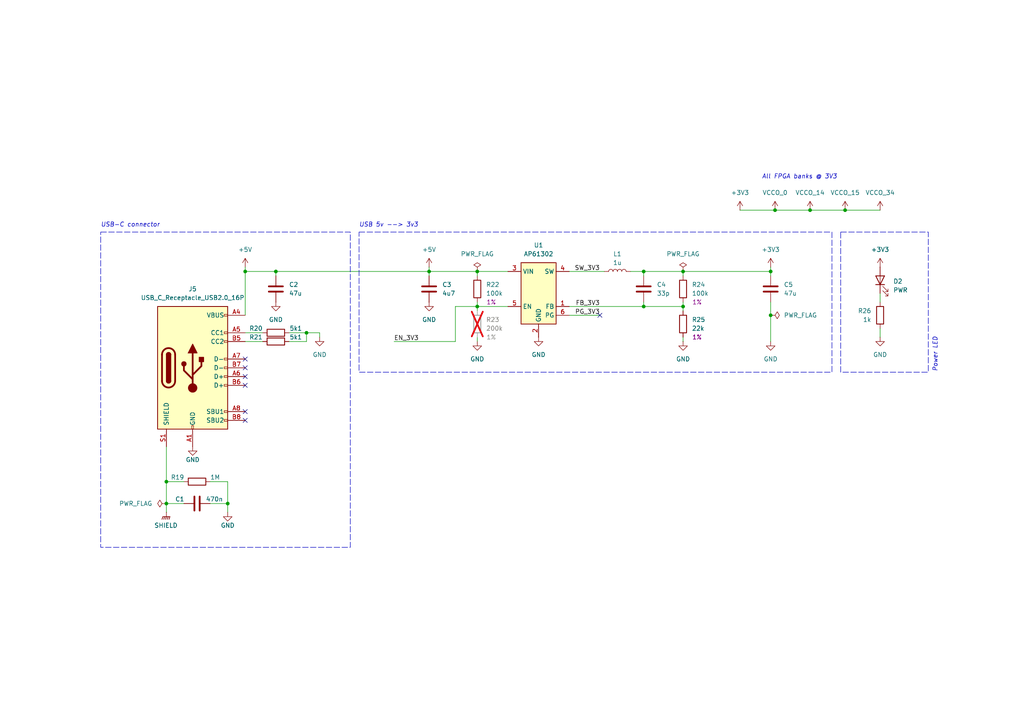
<source format=kicad_sch>
(kicad_sch (version 20250114) (generator "eeschema") (generator_version "9.0")
  (paper "A4")
  (title_block (title "nuku.carrier.template.basic") (date "2025-06-28") (rev "0") (company "Samuel López Asunción") (comment 1 "@supersmau"))
  (lib_symbols
    (symbol "Connector:USB_C_Receptacle_USB2.0_16P" (pin_names (offset 1.016))
      (property "Reference" "J" (at 0 22.225 0))
      (property "Value" "USB_C_Receptacle_USB2.0_16P" (at 0 19.685 0))
      (symbol "USB_C_Receptacle_USB2.0_16P_0_0"
        (rectangle (start -0.254 -17.78) (end 0.254 -16.764))
        (rectangle (start 10.16 15.494) (end 9.144 14.986))
        (rectangle (start 10.16 10.414) (end 9.144 9.906))
        (rectangle (start 10.16 7.874) (end 9.144 7.366))
        (rectangle (start 10.16 2.794) (end 9.144 2.286))
        (rectangle (start 10.16 0.254) (end 9.144 -0.254))
        (rectangle (start 10.16 -2.286) (end 9.144 -2.794))
        (rectangle (start 10.16 -4.826) (end 9.144 -5.334))
        (rectangle (start 10.16 -12.446) (end 9.144 -12.954))
        (rectangle (start 10.16 -14.986) (end 9.144 -15.494))
      )
      (symbol "USB_C_Receptacle_USB2.0_16P_0_1"
        (rectangle (start -10.16 17.78) (end 10.16 -17.78) (stroke (width 0.254)) (fill (type background)))
        (polyline (pts (xy -8.89 -3.81) (xy -8.89 3.81)) (stroke (width 0.508)))
        (rectangle (start -7.62 -3.81) (end -6.35 3.81) (stroke (width 0.254)) (fill (type outline)))
        (arc (start -7.62 3.81) (mid -6.985 4.4423) (end -6.35 3.81) (stroke (width 0.254)))
        (arc (start -7.62 3.81) (mid -6.985 4.4423) (end -6.35 3.81) (stroke (width 0.254)) (fill (type outline)))
        (arc (start -8.89 3.81) (mid -6.985 5.7067) (end -5.08 3.81) (stroke (width 0.508)))
        (arc (start -5.08 -3.81) (mid -6.985 -5.7067) (end -8.89 -3.81) (stroke (width 0.508)))
        (arc (start -6.35 -3.81) (mid -6.985 -4.4423) (end -7.62 -3.81) (stroke (width 0.254)))
        (arc (start -6.35 -3.81) (mid -6.985 -4.4423) (end -7.62 -3.81) (stroke (width 0.254)) (fill (type outline)))
        (polyline (pts (xy -5.08 3.81) (xy -5.08 -3.81)) (stroke (width 0.508)))
        (circle (center -2.54 1.143) (radius 0.635) (stroke (width 0.254)) (fill (type outline)))
        (polyline (pts (xy -1.27 4.318) (xy 0 6.858) (xy 1.27 4.318) (xy -1.27 4.318)) (stroke (width 0.254)) (fill (type outline)))
        (polyline (pts (xy 0 -2.032) (xy 2.54 0.508) (xy 2.54 1.778)) (stroke (width 0.508)))
        (polyline (pts (xy 0 -3.302) (xy -2.54 -0.762) (xy -2.54 0.508)) (stroke (width 0.508)))
        (polyline (pts (xy 0 -5.842) (xy 0 4.318)) (stroke (width 0.508)))
        (circle (center 0 -5.842) (radius 1.27) (fill (type outline)))
        (rectangle (start 1.905 1.778) (end 3.175 3.048) (stroke (width 0.254)) (fill (type outline)))
      )
      (symbol "USB_C_Receptacle_USB2.0_16P_1_1"
        (pin passive line (at -7.62 -22.86 90) (length 5.08) (name "SHIELD") (number "S1"))
        (pin passive line (at 0 -22.86 90) (length 5.08) (name "GND") (number "A1"))
        (pin passive line (at 0 -22.86 90) (length 5.08) (hide yes) (name "GND") (number "A12"))
        (pin passive line (at 0 -22.86 90) (length 5.08) (hide yes) (name "GND") (number "B1"))
        (pin passive line (at 0 -22.86 90) (length 5.08) (hide yes) (name "GND") (number "B12"))
        (pin passive line (at 15.24 15.24 180) (length 5.08) (name "VBUS") (number "A4"))
        (pin passive line (at 15.24 15.24 180) (length 5.08) (hide yes) (name "VBUS") (number "A9"))
        (pin passive line (at 15.24 15.24 180) (length 5.08) (hide yes) (name "VBUS") (number "B4"))
        (pin passive line (at 15.24 15.24 180) (length 5.08) (hide yes) (name "VBUS") (number "B9"))
        (pin bidirectional line (at 15.24 10.16 180) (length 5.08) (name "CC1") (number "A5"))
        (pin bidirectional line (at 15.24 7.62 180) (length 5.08) (name "CC2") (number "B5"))
        (pin bidirectional line (at 15.24 2.54 180) (length 5.08) (name "D-") (number "A7"))
        (pin bidirectional line (at 15.24 0 180) (length 5.08) (name "D-") (number "B7"))
        (pin bidirectional line (at 15.24 -2.54 180) (length 5.08) (name "D+") (number "A6"))
        (pin bidirectional line (at 15.24 -5.08 180) (length 5.08) (name "D+") (number "B6"))
        (pin bidirectional line (at 15.24 -12.7 180) (length 5.08) (name "SBU1") (number "A8"))
        (pin bidirectional line (at 15.24 -15.24 180) (length 5.08) (name "SBU2") (number "B8"))
      )
    )
    (symbol "Device:C" (pin_numbers (hide yes)) (pin_names (offset 0.254))
      (property "Reference" "C" (at 0.635 2.54 0))
      (property "Value" "C" (at 0.635 -2.54 0))
      (symbol "C_0_1"
        (polyline (pts (xy -2.032 0.762) (xy 2.032 0.762)) (stroke (width 0.508)))
        (polyline (pts (xy -2.032 -0.762) (xy 2.032 -0.762)) (stroke (width 0.508)))
      )
      (symbol "C_1_1"
        (pin passive line (at 0 3.81 270) (length 2.794) (name "~") (number "1"))
        (pin passive line (at 0 -3.81 90) (length 2.794) (name "~") (number "2"))
      )
    )
    (symbol "Device:L" (pin_numbers (hide yes)) (pin_names (offset 1.016) (hide yes))
      (property "Reference" "L" (at -1.27 0 90))
      (property "Value" "L" (at 1.905 0 90))
      (symbol "L_0_1"
        (arc (start 0 2.54) (mid 0.6323 1.905) (end 0 1.27))
        (arc (start 0 1.27) (mid 0.6323 0.635) (end 0 0))
        (arc (start 0 0) (mid 0.6323 -0.635) (end 0 -1.27))
        (arc (start 0 -1.27) (mid 0.6323 -1.905) (end 0 -2.54))
      )
      (symbol "L_1_1"
        (pin passive line (at 0 3.81 270) (length 1.27) (name "1") (number "1"))
        (pin passive line (at 0 -3.81 90) (length 1.27) (name "2") (number "2"))
      )
    )
    (symbol "Device:LED" (pin_numbers (hide yes)) (pin_names (offset 1.016) (hide yes))
      (property "Reference" "D" (at 0 2.54 0))
      (property "Value" "LED" (at 0 -2.54 0))
      (symbol "LED_0_1"
        (polyline (pts (xy -3.048 -0.762) (xy -4.572 -2.286) (xy -3.81 -2.286) (xy -4.572 -2.286) (xy -4.572 -1.524)))
        (polyline (pts (xy -1.778 -0.762) (xy -3.302 -2.286) (xy -2.54 -2.286) (xy -3.302 -2.286) (xy -3.302 -1.524)))
        (polyline (pts (xy -1.27 0) (xy 1.27 0)))
        (polyline (pts (xy -1.27 -1.27) (xy -1.27 1.27)) (stroke (width 0.254)))
        (polyline (pts (xy 1.27 -1.27) (xy 1.27 1.27) (xy -1.27 0) (xy 1.27 -1.27)) (stroke (width 0.254)))
      )
      (symbol "LED_1_1"
        (pin passive line (at -3.81 0 0) (length 2.54) (name "K") (number "1"))
        (pin passive line (at 3.81 0 180) (length 2.54) (name "A") (number "2"))
      )
    )
    (symbol "Device:R" (pin_numbers (hide yes)) (pin_names (offset 0))
      (property "Reference" "R" (at 2.032 0 90))
      (property "Value" "R" (at 0 0 90))
      (symbol "R_0_1"
        (rectangle (start -1.016 -2.54) (end 1.016 2.54) (stroke (width 0.254)))
      )
      (symbol "R_1_1"
        (pin passive line (at 0 3.81 270) (length 1.27) (name "~") (number "1"))
        (pin passive line (at 0 -3.81 90) (length 1.27) (name "~") (number "2"))
      )
    )
    (symbol "nuku:AP61302"
      (property "Reference" "U" (at 0 3.81 0))
      (property "Value" "AP61302" (at 0 1.27 0))
      (symbol "AP61302_0_1"
        (rectangle (start 0 0) (end 10.16 -17.78) (stroke (width 0.254)) (fill (type background)))
      )
      (symbol "AP61302_1_1"
        (pin passive line (at -3.81 -2.54 0) (length 3.81) (name "VIN") (number "3"))
        (pin passive line (at -3.81 -12.7 0) (length 3.81) (name "EN") (number "5"))
        (pin passive line (at 5.08 -21.59 90) (length 3.81) (name "GND") (number "2"))
        (pin passive line (at 13.97 -2.54 180) (length 3.81) (name "SW") (number "4"))
        (pin passive line (at 13.97 -12.7 180) (length 3.81) (name "FB") (number "1"))
        (pin open_collector line (at 13.97 -15.24 180) (length 3.81) (name "PG") (number "6"))
      )
    )
    (symbol "power:+3V3" (power) (pin_numbers (hide yes)) (pin_names (offset 0) (hide yes))
      (property "Value" "+3V3" (at 0 3.556 0))
      (symbol "+3V3_0_1"
        (polyline (pts (xy -0.762 1.27) (xy 0 2.54)))
        (polyline (pts (xy 0 2.54) (xy 0.762 1.27)))
        (polyline (pts (xy 0 0) (xy 0 2.54)))
      )
      (symbol "+3V3_1_1"
        (pin power_in line (at 0 0 90) (length 0) (name "~") (number "1"))
      )
    )
    (symbol "power:GND" (power) (pin_numbers (hide yes)) (pin_names (offset 0) (hide yes))
      (property "Value" "GND" (at 0 -3.81 0))
      (symbol "GND_0_1"
        (polyline (pts (xy 0 0) (xy 0 -1.27) (xy 1.27 -1.27) (xy 0 -2.54) (xy -1.27 -1.27) (xy 0 -1.27)))
      )
      (symbol "GND_1_1"
        (pin power_in line (at 0 0 270) (length 0) (name "~") (number "1"))
      )
    )
    (symbol "power:GNDPWR" (power) (pin_numbers (hide yes)) (pin_names (offset 0) (hide yes))
      (property "Value" "GNDPWR" (at 0 -3.302 0))
      (symbol "GNDPWR_0_1"
        (polyline (pts (xy -1.016 -1.27) (xy -1.27 -2.032) (xy -1.27 -2.032)) (stroke (width 0.2032)))
        (polyline (pts (xy -0.508 -1.27) (xy -0.762 -2.032) (xy -0.762 -2.032)) (stroke (width 0.2032)))
        (polyline (pts (xy 0 -1.27) (xy 0 0)))
        (polyline (pts (xy 0 -1.27) (xy -0.254 -2.032) (xy -0.254 -2.032)) (stroke (width 0.2032)))
        (polyline (pts (xy 0.508 -1.27) (xy 0.254 -2.032) (xy 0.254 -2.032)) (stroke (width 0.2032)))
        (polyline (pts (xy 1.016 -1.27) (xy -1.016 -1.27) (xy -1.016 -1.27)) (stroke (width 0.2032)))
        (polyline (pts (xy 1.016 -1.27) (xy 0.762 -2.032) (xy 0.762 -2.032) (xy 0.762 -2.032)) (stroke (width 0.2032)))
      )
      (symbol "GNDPWR_1_1"
        (pin power_in line (at 0 0 270) (length 0) (name "~") (number "1"))
      )
    )
    (symbol "power:PWR_FLAG" (power) (pin_numbers (hide yes)) (pin_names (offset 0) (hide yes))
      (property "Value" "PWR_FLAG" (at 0 3.81 0))
      (symbol "PWR_FLAG_0_0"
        (pin power_out line (at 0 0 90) (length 0) (name "~") (number "1"))
      )
      (symbol "PWR_FLAG_0_1"
        (polyline (pts (xy 0 0) (xy 0 1.27) (xy -1.016 1.905) (xy 0 2.54) (xy 1.016 1.905) (xy 0 1.27)))
      )
    )
    (symbol "power:VCC" (power) (pin_numbers (hide yes)) (pin_names (offset 0) (hide yes))
      (property "Value" "VCC" (at 0 3.556 0))
      (symbol "VCC_0_1"
        (polyline (pts (xy -0.762 1.27) (xy 0 2.54)))
        (polyline (pts (xy 0 2.54) (xy 0.762 1.27)))
        (polyline (pts (xy 0 0) (xy 0 2.54)))
      )
      (symbol "VCC_1_1"
        (pin power_in line (at 0 0 90) (length 0) (name "~") (number "1"))
      )
    )
  )
  (rectangle (start 243.84 67.31) (end 269.24 107.95) (stroke (width 0) (type dash)))
  (rectangle (start 104.14 67.31) (end 241.3 107.95) (stroke (width 0) (type dash)))
  (rectangle (start 29.21 67.31) (end 101.6 158.75) (stroke (width 0) (type dash)))
  (text "USB-C connector" (at 29.21 66.04 0) (effects (font (size 1.27 1.27) (italic yes)) (justify left bottom)))
  (text "All FPGA banks @ 3V3" (at 220.98 52.07 0) (effects (font (size 1.27 1.27) (italic yes)) (justify left bottom)))
  (text "USB 5v --> 3v3" (at 104.14 66.04 0) (effects (font (size 1.27 1.27) (italic yes)) (justify left bottom)))
  (text "Power LED" (at 270.51 107.95 90) (effects (font (size 1.27 1.27) (italic yes)) (justify left top)))
  (junction (at 223.52 78.74))
  (junction (at 224.79 60.96))
  (junction (at 186.69 78.74))
  (junction (at 245.11 60.96))
  (junction (at 80.01 78.74))
  (junction (at 48.26 139.7))
  (junction (at 71.12 78.74))
  (junction (at 66.04 146.05))
  (junction (at 234.95 60.96))
  (junction (at 48.26 146.05))
  (junction (at 198.12 88.9))
  (junction (at 186.69 88.9))
  (junction (at 223.52 91.44))
  (junction (at 88.9 96.52))
  (junction (at 138.43 88.9))
  (junction (at 124.46 78.74))
  (junction (at 138.43 78.74))
  (junction (at 198.12 78.74))
  (no_connect (at 71.12 119.38))
  (no_connect (at 71.12 106.68))
  (no_connect (at 173.99 91.44))
  (no_connect (at 71.12 109.22))
  (no_connect (at 71.12 111.76))
  (no_connect (at 71.12 121.92))
  (no_connect (at 71.12 104.14))
  (wire (pts (xy 66.04 139.7) (xy 60.96 139.7)))
  (wire (pts (xy 198.12 88.9) (xy 198.12 90.17)))
  (wire (pts (xy 48.26 146.05) (xy 48.26 148.59)))
  (wire (pts (xy 198.12 97.79) (xy 198.12 99.06)))
  (wire (pts (xy 114.3 99.06) (xy 132.08 99.06)))
  (wire (pts (xy 198.12 78.74) (xy 223.52 78.74)))
  (wire (pts (xy 138.43 97.79) (xy 138.43 99.06)))
  (wire (pts (xy 255.27 95.25) (xy 255.27 97.79)))
  (wire (pts (xy 83.82 99.06) (xy 88.9 99.06)))
  (wire (pts (xy 224.79 60.96) (xy 234.95 60.96)))
  (wire (pts (xy 88.9 96.52) (xy 92.71 96.52)))
  (wire (pts (xy 138.43 88.9) (xy 138.43 90.17)))
  (wire (pts (xy 88.9 96.52) (xy 83.82 96.52)))
  (wire (pts (xy 214.63 60.96) (xy 224.79 60.96)))
  (wire (pts (xy 80.01 78.74) (xy 80.01 80.01)))
  (wire (pts (xy 71.12 78.74) (xy 80.01 78.74)))
  (wire (pts (xy 255.27 85.09) (xy 255.27 87.63)))
  (wire (pts (xy 48.26 129.54) (xy 48.26 139.7)))
  (wire (pts (xy 124.46 77.47) (xy 124.46 78.74)))
  (wire (pts (xy 198.12 87.63) (xy 198.12 88.9)))
  (wire (pts (xy 165.1 91.44) (xy 173.99 91.44)))
  (wire (pts (xy 138.43 78.74) (xy 147.32 78.74)))
  (wire (pts (xy 138.43 87.63) (xy 138.43 88.9)))
  (wire (pts (xy 182.88 78.74) (xy 186.69 78.74)))
  (wire (pts (xy 92.71 96.52) (xy 92.71 97.79)))
  (wire (pts (xy 132.08 99.06) (xy 132.08 88.9)))
  (wire (pts (xy 198.12 78.74) (xy 198.12 80.01)))
  (wire (pts (xy 76.2 96.52) (xy 71.12 96.52)))
  (wire (pts (xy 124.46 78.74) (xy 138.43 78.74)))
  (wire (pts (xy 245.11 60.96) (xy 255.27 60.96)))
  (wire (pts (xy 53.34 139.7) (xy 48.26 139.7)))
  (wire (pts (xy 223.52 77.47) (xy 223.52 78.74)))
  (wire (pts (xy 234.95 60.96) (xy 245.11 60.96)))
  (wire (pts (xy 138.43 88.9) (xy 147.32 88.9)))
  (wire (pts (xy 186.69 78.74) (xy 186.69 80.01)))
  (wire (pts (xy 66.04 146.05) (xy 60.96 146.05)))
  (wire (pts (xy 71.12 77.47) (xy 71.12 78.74)))
  (wire (pts (xy 71.12 78.74) (xy 71.12 91.44)))
  (wire (pts (xy 223.52 91.44) (xy 223.52 87.63)))
  (wire (pts (xy 165.1 78.74) (xy 175.26 78.74)))
  (wire (pts (xy 132.08 88.9) (xy 138.43 88.9)))
  (wire (pts (xy 223.52 99.06) (xy 223.52 91.44)))
  (wire (pts (xy 223.52 78.74) (xy 223.52 80.01)))
  (wire (pts (xy 165.1 88.9) (xy 186.69 88.9)))
  (wire (pts (xy 48.26 139.7) (xy 48.26 146.05)))
  (wire (pts (xy 53.34 146.05) (xy 48.26 146.05)))
  (wire (pts (xy 186.69 88.9) (xy 198.12 88.9)))
  (wire (pts (xy 186.69 87.63) (xy 186.69 88.9)))
  (wire (pts (xy 66.04 146.05) (xy 66.04 148.59)))
  (wire (pts (xy 76.2 99.06) (xy 71.12 99.06)))
  (wire (pts (xy 124.46 78.74) (xy 124.46 80.01)))
  (wire (pts (xy 80.01 78.74) (xy 124.46 78.74)))
  (wire (pts (xy 66.04 139.7) (xy 66.04 146.05)))
  (wire (pts (xy 88.9 99.06) (xy 88.9 96.52)))
  (wire (pts (xy 138.43 80.01) (xy 138.43 78.74)))
  (wire (pts (xy 186.69 78.74) (xy 198.12 78.74)))
  (label "SW_3V3" (at 173.99 78.74 180))
  (label "EN_3V3" (at 114.3 99.06 0))
  (label "PG_3V3" (at 173.99 91.44 180))
  (label "FB_3V3" (at 173.99 88.9 180))
  (symbol (lib_id "nuku:AP61302") (at 151.13 76.2 0) (unit 1)
    (property "Reference" "U1" (at 156.21 71.12 0))
    (property "Value" "AP61302" (at 156.21 73.66 0))
    (property "Footprint" "Package_TO_SOT_SMD:SOT-563" (effects (hide yes)))
    (property "Datasheet" "https://www.lcsc.com/datasheet/lcsc_datasheet_2308101545_Diodes-Incorporated-AP61302Z6-7_C3193204.pdf" (effects (hide yes)))
    (property "LCSC" "C3193204" (effects (hide yes)))
  )
  (symbol (lib_id "power:GND") (at 55.88 129.54 0) (unit 1)
    (property "Reference" "#PWR02" (effects (hide yes)))
    (property "Value" "GND" (at 55.88 133.35 0))
    (property "Description" "Power symbol creates a global label with name \"GND\" , ground" (effects (hide yes)))
  )
  (symbol (lib_id "power:PWR_FLAG") (at 223.52 91.44 270) (unit 1)
    (property "Reference" "#FLG04" (effects (hide yes)))
    (property "Value" "PWR_FLAG" (at 227.33 91.4399 90) (effects (justify left)))
    (property "Description" "Special symbol for telling ERC where power comes from" (effects (hide yes)))
  )
  (symbol (lib_id "power:VCC") (at 223.52 77.47 0) (unit 1)
    (property "Reference" "#PWR025" (effects (hide yes)))
    (property "Value" "+3V3" (at 223.52 72.39 0))
    (property "Description" "Power symbol creates a global label with name \"VCC\"" (effects (hide yes)))
  )
  (symbol (lib_id "power:VCC") (at 224.79 60.96 0) (unit 1)
    (property "Reference" "#PWR027" (effects (hide yes)))
    (property "Value" "VCCO_0" (at 224.79 55.88 0))
    (property "Description" "Power symbol creates a global label with name \"VCC\"" (effects (hide yes)))
  )
  (symbol (lib_id "power:+3V3") (at 124.46 77.47 0) (mirror y) (unit 1)
    (property "Reference" "#PWR09" (effects (hide yes)))
    (property "Value" "+5V" (at 124.46 72.39 0))
    (property "Description" "Power symbol creates a global label with name \"+3V3\"" (effects (hide yes)))
  )
  (symbol (lib_id "power:+3V3") (at 255.27 60.96 0) (mirror y) (unit 1)
    (property "Reference" "#PWR030" (effects (hide yes)))
    (property "Value" "VCCO_34" (at 255.27 55.88 0))
    (property "Description" "Power symbol creates a global label with name \"+3V3\"" (effects (hide yes)))
  )
  (symbol (lib_id "Device:C") (at 223.52 83.82 0) (unit 1)
    (property "Reference" "C5" (at 227.33 82.5499 0) (effects (justify left)))
    (property "Value" "47u" (at 227.33 85.0899 0) (effects (justify left)))
    (property "Footprint" "Capacitor_SMD:C_0805_2012Metric" (effects (hide yes)))
    (property "Description" "Unpolarized capacitor" (effects (hide yes)))
    (property "LCSC" "C16780" (effects (hide yes)))
  )
  (symbol (lib_id "power:PWR_FLAG") (at 48.26 146.05 90) (unit 1)
    (property "Reference" "#FLG01" (effects (hide yes)))
    (property "Value" "PWR_FLAG" (at 39.37 146.05 90))
    (property "Description" "Special symbol for telling ERC where power comes from" (effects (hide yes)))
  )
  (symbol (lib_id "Device:R") (at 80.01 96.52 270) (unit 1)
    (property "Reference" "R20" (at 76.2 95.25 90) (effects (justify right)))
    (property "Value" "5k1" (at 87.63 95.25 90) (effects (justify right)))
    (property "Footprint" "Resistor_SMD:R_0402_1005Metric" (effects (hide yes)))
    (property "Description" "Resistor" (effects (hide yes)))
    (property "LCSC" "C25905" (effects (hide yes)))
  )
  (symbol (lib_id "Device:C") (at 186.69 83.82 0) (unit 1)
    (property "Reference" "C4" (at 190.5 82.5499 0) (effects (justify left)))
    (property "Value" "33p" (at 190.5 85.0899 0) (effects (justify left)))
    (property "Footprint" "Capacitor_SMD:C_0402_1005Metric" (effects (hide yes)))
    (property "Description" "Unpolarized capacitor" (effects (hide yes)))
    (property "LCSC" "C1562" (effects (hide yes)))
  )
  (symbol (lib_id "power:GNDPWR") (at 48.26 148.59 0) (unit 1)
    (property "Reference" "#PWR01" (effects (hide yes)))
    (property "Value" "SHIELD" (at 48.133 152.4 0))
    (property "Description" "Power symbol creates a global label with name \"GNDPWR\" , global ground" (effects (hide yes)))
  )
  (symbol (lib_id "power:GND") (at 92.71 97.79 0) (unit 1)
    (property "Reference" "#PWR08" (effects (hide yes)))
    (property "Value" "GND" (at 92.71 102.87 0))
    (property "Description" "Power symbol creates a global label with name \"GND\" , ground" (effects (hide yes)))
  )
  (symbol (lib_id "Device:R") (at 57.15 139.7 90) (unit 1)
    (property "Reference" "R19" (at 49.53 138.43 90) (effects (justify right)))
    (property "Value" "1M" (at 60.96 138.43 90) (effects (justify right)))
    (property "Footprint" "Resistor_SMD:R_0402_1005Metric" (effects (hide yes)))
    (property "Description" "Resistor" (effects (hide yes)))
    (property "LCSC" "C26083" (effects (hide yes)))
  )
  (symbol (lib_id "power:PWR_FLAG") (at 198.12 78.74 0) (unit 1)
    (property "Reference" "#FLG03" (effects (hide yes)))
    (property "Value" "PWR_FLAG" (at 198.12 73.66 0))
    (property "Description" "Special symbol for telling ERC where power comes from" (effects (hide yes)))
  )
  (symbol (lib_id "Device:R") (at 138.43 83.82 180) (unit 1)
    (property "Reference" "R22" (at 140.97 82.5499 0) (effects (justify right)))
    (property "Value" "100k" (at 140.97 85.0899 0) (effects (justify right)))
    (property "Footprint" "Resistor_SMD:R_0402_1005Metric" (effects (hide yes)))
    (property "Description" "Resistor" (effects (hide yes)))
    (property "Tolerance" "1%" (at 142.494 87.63 0))
    (property "LCSC" "C25741" (effects (hide yes)))
  )
  (symbol (lib_id "power:VCC") (at 245.11 60.96 0) (unit 1)
    (property "Reference" "#PWR029" (effects (hide yes)))
    (property "Value" "VCCO_15" (at 245.11 55.88 0))
    (property "Description" "Power symbol creates a global label with name \"VCC\"" (effects (hide yes)))
  )
  (symbol (lib_id "power:VCC") (at 255.27 77.47 0) (unit 1)
    (property "Reference" "#PWR031" (effects (hide yes)))
    (property "Value" "+3V3" (at 255.27 72.39 0))
    (property "Description" "Power symbol creates a global label with name \"VCC\"" (effects (hide yes)))
  )
  (symbol (lib_id "power:GND") (at 255.27 97.79 0) (unit 1)
    (property "Reference" "#PWR032" (effects (hide yes)))
    (property "Value" "GND" (at 255.27 102.87 0))
    (property "Description" "Power symbol creates a global label with name \"GND\" , ground" (effects (hide yes)))
  )
  (symbol (lib_id "Device:C") (at 57.15 146.05 270) (unit 1)
    (property "Reference" "C1" (at 50.8 144.78 90) (effects (justify left)))
    (property "Value" "470n" (at 59.69 144.78 90) (effects (justify left)))
    (property "Footprint" "Capacitor_SMD:C_0402_1005Metric" (effects (hide yes)))
    (property "Description" "Unpolarized capacitor" (effects (hide yes)))
    (property "LCSC" "C47339" (effects (hide yes)))
  )
  (symbol (lib_id "power:GND") (at 138.43 99.06 0) (unit 1)
    (property "Reference" "#PWR021" (effects (hide yes)))
    (property "Value" "GND" (at 138.43 104.14 0))
    (property "Description" "Power symbol creates a global label with name \"GND\" , ground" (effects (hide yes)))
  )
  (symbol (lib_id "power:GND") (at 223.52 99.06 0) (unit 1)
    (property "Reference" "#PWR026" (effects (hide yes)))
    (property "Value" "GND" (at 223.52 104.14 0))
    (property "Description" "Power symbol creates a global label with name \"GND\" , ground" (effects (hide yes)))
  )
  (symbol (lib_id "Device:R") (at 198.12 83.82 180) (unit 1)
    (property "Reference" "R24" (at 200.66 82.5499 0) (effects (justify right)))
    (property "Value" "100k" (at 200.66 85.0899 0) (effects (justify right)))
    (property "Footprint" "Resistor_SMD:R_0402_1005Metric" (effects (hide yes)))
    (property "Description" "Resistor" (effects (hide yes)))
    (property "Tolerance" "1%" (at 202.184 87.63 0))
    (property "LCSC" "C25741" (effects (hide yes)))
  )
  (symbol (lib_id "power:GND") (at 124.46 87.63 0) (unit 1)
    (property "Reference" "#PWR010" (effects (hide yes)))
    (property "Value" "GND" (at 124.46 92.71 0))
    (property "Description" "Power symbol creates a global label with name \"GND\" , ground" (effects (hide yes)))
  )
  (symbol (lib_id "Connector:USB_C_Receptacle_USB2.0_16P") (at 55.88 106.68 0) (unit 1)
    (property "Reference" "J5" (at 55.88 83.82 0))
    (property "Value" "USB_C_Receptacle_USB2.0_16P" (at 55.88 86.36 0))
    (property "Footprint" "nuku:TYPE-C16PIN" (effects (hide yes)))
    (property "Datasheet" "https://www.usb.org/sites/default/files/documents/usb_type-c.zip" (effects (hide yes)))
    (property "Description" "USB 2.0-only 16P Type-C Receptacle connector" (effects (hide yes)))
    (property "LCSC" "C393939" (effects (hide yes)))
  )
  (symbol (lib_id "Device:R") (at 198.12 93.98 180) (unit 1)
    (property "Reference" "R25" (at 200.66 92.7099 0) (effects (justify right)))
    (property "Value" "22k" (at 200.66 95.2499 0) (effects (justify right)))
    (property "Footprint" "Resistor_SMD:R_0402_1005Metric" (effects (hide yes)))
    (property "Description" "Resistor" (effects (hide yes)))
    (property "Tolerance" "1%" (at 202.184 97.79 0))
    (property "LCSC" "C25768" (effects (hide yes)))
  )
  (symbol (lib_id "power:+3V3") (at 214.63 60.96 0) (unit 1)
    (property "Reference" "#PWR024" (effects (hide yes)))
    (property "Value" "+3V3" (at 214.63 55.88 0))
    (property "Description" "Power symbol creates a global label with name \"+3V3\"" (effects (hide yes)))
  )
  (symbol (lib_id "Device:C") (at 80.01 83.82 0) (unit 1)
    (property "Reference" "C2" (at 83.82 82.5499 0) (effects (justify left)))
    (property "Value" "47u" (at 83.82 85.0899 0) (effects (justify left)))
    (property "Footprint" "Capacitor_SMD:C_0805_2012Metric" (effects (hide yes)))
    (property "Description" "Unpolarized capacitor" (effects (hide yes)))
    (property "LCSC" "C16780" (effects (hide yes)))
  )
  (symbol (lib_id "Device:L") (at 179.07 78.74 90) (unit 1)
    (property "Reference" "L1" (at 179.07 73.66 90))
    (property "Value" "1u" (at 179.07 76.2 90))
    (property "Footprint" "Inductor_SMD:L_Changjiang_FNR252010S" (effects (hide yes)))
    (property "Datasheet" "https://jlcpcb.com/api/file/downloadByFileSystemAccessId/8590903638858543104" (effects (hide yes)))
    (property "Description" "Inductor" (effects (hide yes)))
    (property "LCSC" "C5832356" (effects (hide yes)))
    (property "Mfr. Part" "FTC252010S1R0MBCA" (effects (hide yes)))
  )
  (symbol (lib_id "power:GND") (at 66.04 148.59 0) (unit 1)
    (property "Reference" "#PWR05" (effects (hide yes)))
    (property "Value" "GND" (at 66.04 152.4 0))
    (property "Description" "Power symbol creates a global label with name \"GND\" , ground" (effects (hide yes)))
  )
  (symbol (lib_id "Device:R") (at 255.27 91.44 0) (mirror x) (unit 1)
    (property "Reference" "R26" (at 252.73 90.1699 0) (effects (justify right)))
    (property "Value" "1k" (at 252.73 92.7099 0) (effects (justify right)))
    (property "Footprint" "Resistor_SMD:R_0402_1005Metric" (effects (hide yes)))
    (property "Description" "Resistor" (effects (hide yes)))
    (property "LCSC" "C11702" (effects (hide yes)))
  )
  (symbol (lib_id "power:GND") (at 198.12 99.06 0) (unit 1)
    (property "Reference" "#PWR023" (effects (hide yes)))
    (property "Value" "GND" (at 198.12 104.14 0))
    (property "Description" "Power symbol creates a global label with name \"GND\" , ground" (effects (hide yes)))
  )
  (symbol (lib_id "Device:LED") (at 255.27 81.28 90) (unit 1)
    (property "Reference" "D2" (at 259.08 81.5974 90) (effects (justify right)))
    (property "Value" "PWR" (at 259.08 84.1374 90) (effects (justify right)))
    (property "Footprint" "LED_SMD:LED_0805_2012Metric" (effects (hide yes)))
    (property "Description" "Light emitting diode" (effects (hide yes)))
    (property "LCSC" "C2297" (effects (hide yes)))
    (property "Sim.Pins" "1=K 2=A" (effects (hide yes)))
  )
  (symbol (lib_id "power:PWR_FLAG") (at 138.43 78.74 0) (unit 1)
    (property "Reference" "#FLG02" (effects (hide yes)))
    (property "Value" "PWR_FLAG" (at 138.43 73.66 0))
    (property "Description" "Special symbol for telling ERC where power comes from" (effects (hide yes)))
  )
  (symbol (lib_id "power:GND") (at 80.01 87.63 0) (unit 1)
    (property "Reference" "#PWR07" (effects (hide yes)))
    (property "Value" "GND" (at 80.01 92.71 0))
    (property "Description" "Power symbol creates a global label with name \"GND\" , ground" (effects (hide yes)))
  )
  (symbol (lib_id "power:GND") (at 156.21 97.79 0) (unit 1)
    (property "Reference" "#PWR022" (effects (hide yes)))
    (property "Value" "GND" (at 156.21 102.87 0))
    (property "Description" "Power symbol creates a global label with name \"GND\" , ground" (effects (hide yes)))
  )
  (symbol (lib_id "Device:R") (at 80.01 99.06 270) (unit 1)
    (property "Reference" "R21" (at 76.2 97.79 90) (effects (justify right)))
    (property "Value" "5k1" (at 87.63 97.79 90) (effects (justify right)))
    (property "Footprint" "Resistor_SMD:R_0402_1005Metric" (effects (hide yes)))
    (property "Description" "Resistor" (effects (hide yes)))
    (property "LCSC" "C25905" (effects (hide yes)))
  )
  (symbol (lib_id "Device:R") (at 138.43 93.98 180) (unit 1) (in_bom no) (dnp yes)
    (property "Reference" "R23" (at 140.97 92.7099 0) (effects (justify right)))
    (property "Value" "200k" (at 140.97 95.2499 0) (effects (justify right)))
    (property "Footprint" "Resistor_SMD:R_0402_1005Metric" (effects (hide yes)))
    (property "Description" "Resistor" (effects (hide yes)))
    (property "Tolerance" "1%" (at 142.494 97.79 0))
    (property "LCSC" "C25764" (effects (hide yes)))
  )
  (symbol (lib_id "power:VCC") (at 234.95 60.96 0) (unit 1)
    (property "Reference" "#PWR028" (effects (hide yes)))
    (property "Value" "VCCO_14" (at 234.95 55.88 0))
    (property "Description" "Power symbol creates a global label with name \"VCC\"" (effects (hide yes)))
  )
  (symbol (lib_id "Device:C") (at 124.46 83.82 0) (unit 1)
    (property "Reference" "C3" (at 128.27 82.5499 0) (effects (justify left)))
    (property "Value" "4u7" (at 128.27 85.0899 0) (effects (justify left)))
    (property "Footprint" "Capacitor_SMD:C_0603_1608Metric" (effects (hide yes)))
    (property "Description" "Unpolarized capacitor" (effects (hide yes)))
    (property "LCSC" "C19666" (effects (hide yes)))
  )
  (symbol (lib_id "power:+3V3") (at 71.12 77.47 0) (mirror y) (unit 1)
    (property "Reference" "#PWR06" (effects (hide yes)))
    (property "Value" "+5V" (at 71.12 72.39 0))
    (property "Description" "Power symbol creates a global label with name \"+3V3\"" (effects (hide yes)))
  )
)
</source>
